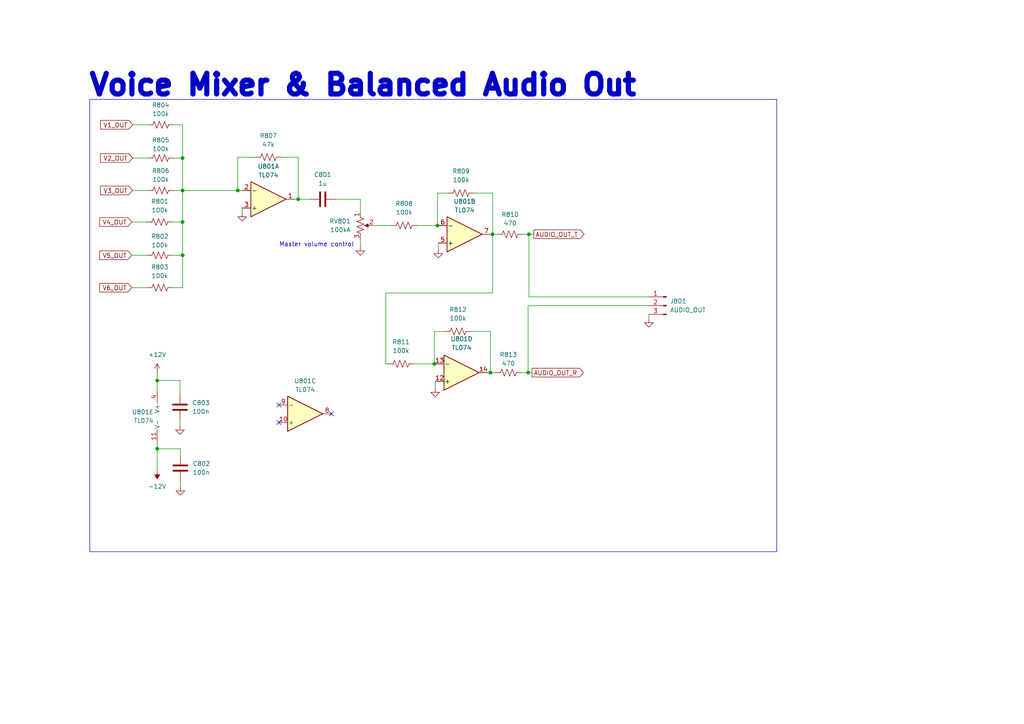
<source format=kicad_sch>
(kicad_sch (version 20231120) (generator "eeschema") (generator_version "8.0")
  (paper "A4")
  (lib_symbols
    (symbol "Amplifier_Operational:TL074" (pin_names (offset 0.127))
      (property "Reference" "U" (at 0 5.08 0))
      (property "Value" "TL074" (at 0 -5.08 0))
      (symbol "TL074_1_1"
        (polyline (pts (xy -5.08 5.08) (xy 5.08 0) (xy -5.08 -5.08) (xy -5.08 5.08)) (stroke (width 0.254)) (fill (type background)))
        (pin output line (at 7.62 0 180) (length 2.54) (name "~") (number "1"))
        (pin input line (at -7.62 -2.54 0) (length 2.54) (name "-") (number "2"))
        (pin input line (at -7.62 2.54 0) (length 2.54) (name "+") (number "3"))
      )
      (symbol "TL074_2_1"
        (polyline (pts (xy -5.08 5.08) (xy 5.08 0) (xy -5.08 -5.08) (xy -5.08 5.08)) (stroke (width 0.254)) (fill (type background)))
        (pin input line (at -7.62 2.54 0) (length 2.54) (name "+") (number "5"))
        (pin input line (at -7.62 -2.54 0) (length 2.54) (name "-") (number "6"))
        (pin output line (at 7.62 0 180) (length 2.54) (name "~") (number "7"))
      )
      (symbol "TL074_3_1"
        (polyline (pts (xy -5.08 5.08) (xy 5.08 0) (xy -5.08 -5.08) (xy -5.08 5.08)) (stroke (width 0.254)) (fill (type background)))
        (pin input line (at -7.62 2.54 0) (length 2.54) (name "+") (number "10"))
        (pin output line (at 7.62 0 180) (length 2.54) (name "~") (number "8"))
        (pin input line (at -7.62 -2.54 0) (length 2.54) (name "-") (number "9"))
      )
      (symbol "TL074_4_1"
        (polyline (pts (xy -5.08 5.08) (xy 5.08 0) (xy -5.08 -5.08) (xy -5.08 5.08)) (stroke (width 0.254)) (fill (type background)))
        (pin input line (at -7.62 2.54 0) (length 2.54) (name "+") (number "12"))
        (pin input line (at -7.62 -2.54 0) (length 2.54) (name "-") (number "13"))
        (pin output line (at 7.62 0 180) (length 2.54) (name "~") (number "14"))
      )
      (symbol "TL074_5_1"
        (pin power_in line (at -2.54 -7.62 90) (length 3.81) (name "V-") (number "11"))
        (pin power_in line (at -2.54 7.62 270) (length 3.81) (name "V+") (number "4"))
      )
    )
    (symbol "Connector:Conn_01x03_Pin" (pin_names (offset 1.016) hide)
      (property "Reference" "J" (at 0 5.08 0))
      (property "Value" "Conn_01x03_Pin" (at 0 -5.08 0))
      (symbol "Conn_01x03_Pin_1_1"
        (polyline (pts (xy 1.27 -2.54) (xy 0.8636 -2.54)) (stroke (width 0.1524)))
        (polyline (pts (xy 1.27 0) (xy 0.8636 0)) (stroke (width 0.1524)))
        (polyline (pts (xy 1.27 2.54) (xy 0.8636 2.54)) (stroke (width 0.1524)))
        (rectangle (start 0.8636 -2.413) (end 0 -2.667) (stroke (width 0.1524)) (fill (type outline)))
        (rectangle (start 0.8636 0.127) (end 0 -0.127) (stroke (width 0.1524)) (fill (type outline)))
        (rectangle (start 0.8636 2.667) (end 0 2.413) (stroke (width 0.1524)) (fill (type outline)))
        (pin passive line (at 5.08 2.54 180) (length 3.81) (name "Pin_1") (number "1"))
        (pin passive line (at 5.08 0 180) (length 3.81) (name "Pin_2") (number "2"))
        (pin passive line (at 5.08 -2.54 180) (length 3.81) (name "Pin_3") (number "3"))
      )
    )
    (symbol "Device:C" (pin_numbers hide) (pin_names (offset 0.254))
      (property "Reference" "C" (at 0.635 2.54 0))
      (property "Value" "C" (at 0.635 -2.54 0))
      (symbol "C_0_1"
        (polyline (pts (xy -2.032 -0.762) (xy 2.032 -0.762)) (stroke (width 0.508)))
        (polyline (pts (xy -2.032 0.762) (xy 2.032 0.762)) (stroke (width 0.508)))
      )
      (symbol "C_1_1"
        (pin passive line (at 0 3.81 270) (length 2.794) (name "~") (number "1"))
        (pin passive line (at 0 -3.81 90) (length 2.794) (name "~") (number "2"))
      )
    )
    (symbol "Device:R_Potentiometer_US" (pin_names (offset 1.016) hide)
      (property "Reference" "RV" (at -4.445 0 90))
      (property "Value" "R_Potentiometer_US" (at -2.54 0 90))
      (symbol "R_Potentiometer_US_0_1"
        (polyline (pts (xy 0 -2.286) (xy 0 -2.54)))
        (polyline (pts (xy 0 2.54) (xy 0 2.286)))
        (polyline (pts (xy 2.54 0) (xy 1.524 0)))
        (polyline (pts (xy 1.143 0) (xy 2.286 0.508) (xy 2.286 -0.508) (xy 1.143 0)) (fill (type outline)))
        (polyline (pts (xy 0 -0.762) (xy 1.016 -1.143) (xy 0 -1.524) (xy -1.016 -1.905) (xy 0 -2.286)))
        (polyline (pts (xy 0 0.762) (xy 1.016 0.381) (xy 0 0) (xy -1.016 -0.381) (xy 0 -0.762)))
        (polyline (pts (xy 0 2.286) (xy 1.016 1.905) (xy 0 1.524) (xy -1.016 1.143) (xy 0 0.762)))
      )
      (symbol "R_Potentiometer_US_1_1"
        (pin passive line (at 0 3.81 270) (length 1.27) (name "1") (number "1"))
        (pin passive line (at 3.81 0 180) (length 1.27) (name "2") (number "2"))
        (pin passive line (at 0 -3.81 90) (length 1.27) (name "3") (number "3"))
      )
    )
    (symbol "Device:R_US" (pin_numbers hide) (pin_names (offset 0))
      (property "Reference" "R" (at 2.54 0 90))
      (property "Value" "R_US" (at -2.54 0 90))
      (symbol "R_US_0_1"
        (polyline (pts (xy 0 -2.286) (xy 0 -2.54)))
        (polyline (pts (xy 0 2.286) (xy 0 2.54)))
        (polyline (pts (xy 0 -0.762) (xy 1.016 -1.143) (xy 0 -1.524) (xy -1.016 -1.905) (xy 0 -2.286)))
        (polyline (pts (xy 0 0.762) (xy 1.016 0.381) (xy 0 0) (xy -1.016 -0.381) (xy 0 -0.762)))
        (polyline (pts (xy 0 2.286) (xy 1.016 1.905) (xy 0 1.524) (xy -1.016 1.143) (xy 0 0.762)))
      )
      (symbol "R_US_1_1"
        (pin passive line (at 0 3.81 270) (length 1.27) (name "~") (number "1"))
        (pin passive line (at 0 -3.81 90) (length 1.27) (name "~") (number "2"))
      )
    )
    (symbol "power:+12V" (power) (pin_names (offset 0))
      (property "Value" "+12V" (at 0 3.556 0))
      (symbol "+12V_0_1"
        (polyline (pts (xy -0.762 1.27) (xy 0 2.54)))
        (polyline (pts (xy 0 0) (xy 0 2.54)))
        (polyline (pts (xy 0 2.54) (xy 0.762 1.27)))
      )
      (symbol "+12V_1_1"
        (pin power_in line (at 0 0 90) (length 0) hide (name "+12V") (number "1"))
      )
    )
    (symbol "power:-12V" (power) (pin_names (offset 0))
      (property "Value" "-12V" (at 0 3.81 0))
      (symbol "-12V_0_0"
        (pin power_in line (at 0 0 90) (length 0) hide (name "-12V") (number "1"))
      )
      (symbol "-12V_0_1"
        (polyline (pts (xy 0 0) (xy 0 1.27) (xy 0.762 1.27) (xy 0 2.54) (xy -0.762 1.27) (xy 0 1.27)) (fill (type outline)))
      )
    )
    (symbol "power:GND" (power) (pin_names (offset 0))
      (symbol "GND_0_1"
        (polyline (pts (xy 0 0) (xy 0 -1.27) (xy 1.27 -1.27) (xy 0 -2.54) (xy -1.27 -1.27) (xy 0 -1.27)))
      )
      (symbol "GND_1_1"
        (pin power_in line (at 0 0 270) (length 0) hide (name "GND") (number "1"))
      )
    )
  )
  (junction (at 153.162 108.077))
  (junction (at 52.959 74.041))
  (junction (at 126.873 65.405))
  (junction (at 52.959 45.847))
  (junction (at 68.961 55.245))
  (junction (at 153.416 67.945))
  (junction (at 125.984 105.537))
  (junction (at 45.593 130.175))
  (junction (at 86.487 57.785))
  (junction (at 45.593 110.363))
  (junction (at 52.959 55.245))
  (junction (at 52.959 64.389))
  (junction (at 142.875 67.945))
  (junction (at 142.24 108.077))
  (no_connect (at 80.899 117.475))
  (no_connect (at 96.139 120.015))
  (no_connect (at 80.899 122.555))
  (wire (pts (xy 38.481 55.245) (xy 42.799 55.245)))
  (wire (pts (xy 126.873 56.007) (xy 126.873 65.405)))
  (wire (pts (xy 188.214 88.646) (xy 153.162 88.646)))
  (wire (pts (xy 52.959 45.847) (xy 52.959 55.245)))
  (wire (pts (xy 153.162 108.077) (xy 154.305 108.077)))
  (wire (pts (xy 137.541 56.007) (xy 142.875 56.007)))
  (wire (pts (xy 50.419 45.847) (xy 52.959 45.847)))
  (wire (pts (xy 153.416 67.945) (xy 153.416 86.106)))
  (wire (pts (xy 111.887 84.963) (xy 142.875 84.963)))
  (wire (pts (xy 52.324 139.573) (xy 52.324 141.097)))
  (wire (pts (xy 104.521 69.215) (xy 104.521 71.501)))
  (wire (pts (xy 97.409 57.785) (xy 104.521 57.785)))
  (wire (pts (xy 86.487 57.785) (xy 89.789 57.785)))
  (wire (pts (xy 50.165 74.041) (xy 52.959 74.041)))
  (wire (pts (xy 45.593 110.363) (xy 45.593 113.157)))
  (wire (pts (xy 86.487 57.785) (xy 85.471 57.785)))
  (wire (pts (xy 129.032 96.139) (xy 125.984 96.139)))
  (wire (pts (xy 70.231 60.325) (xy 70.231 61.595)))
  (wire (pts (xy 38.227 74.041) (xy 42.545 74.041)))
  (wire (pts (xy 142.24 108.077) (xy 141.478 108.077)))
  (wire (pts (xy 52.959 36.195) (xy 52.959 45.847)))
  (wire (pts (xy 38.481 36.195) (xy 42.799 36.195)))
  (wire (pts (xy 142.875 84.963) (xy 142.875 67.945)))
  (wire (pts (xy 52.959 74.041) (xy 52.959 83.439)))
  (wire (pts (xy 68.961 55.245) (xy 70.231 55.245)))
  (wire (pts (xy 142.24 96.139) (xy 142.24 108.077)))
  (wire (pts (xy 121.031 65.405) (xy 126.873 65.405)))
  (wire (pts (xy 52.197 121.92) (xy 52.197 123.444)))
  (wire (pts (xy 126.238 110.617) (xy 126.238 112.522)))
  (wire (pts (xy 111.887 105.537) (xy 111.887 84.963)))
  (wire (pts (xy 127.127 70.485) (xy 127.127 72.263)))
  (wire (pts (xy 151.765 67.945) (xy 153.416 67.945)))
  (wire (pts (xy 45.593 128.397) (xy 45.593 130.175)))
  (wire (pts (xy 50.419 55.245) (xy 52.959 55.245)))
  (wire (pts (xy 52.197 110.363) (xy 52.197 114.3)))
  (wire (pts (xy 136.652 96.139) (xy 142.24 96.139)))
  (wire (pts (xy 142.875 67.945) (xy 144.145 67.945)))
  (wire (pts (xy 125.984 105.537) (xy 126.238 105.537)))
  (wire (pts (xy 113.411 65.405) (xy 108.331 65.405)))
  (wire (pts (xy 52.959 64.389) (xy 52.959 74.041)))
  (wire (pts (xy 45.593 130.175) (xy 45.593 136.398)))
  (wire (pts (xy 52.959 55.245) (xy 68.961 55.245)))
  (wire (pts (xy 38.227 83.439) (xy 42.545 83.439)))
  (wire (pts (xy 142.24 108.077) (xy 143.637 108.077)))
  (wire (pts (xy 74.041 45.593) (xy 68.961 45.593)))
  (wire (pts (xy 52.197 110.363) (xy 45.593 110.363)))
  (wire (pts (xy 38.481 45.847) (xy 42.799 45.847)))
  (wire (pts (xy 188.214 91.186) (xy 188.214 92.329)))
  (wire (pts (xy 120.142 105.537) (xy 125.984 105.537)))
  (wire (pts (xy 52.324 130.175) (xy 45.593 130.175)))
  (wire (pts (xy 125.984 96.139) (xy 125.984 105.537)))
  (wire (pts (xy 68.961 45.593) (xy 68.961 55.245)))
  (wire (pts (xy 129.921 56.007) (xy 126.873 56.007)))
  (wire (pts (xy 50.165 64.389) (xy 52.959 64.389)))
  (wire (pts (xy 45.593 108.077) (xy 45.593 110.363)))
  (wire (pts (xy 153.416 67.945) (xy 154.813 67.945)))
  (wire (pts (xy 52.324 131.953) (xy 52.324 130.175)))
  (wire (pts (xy 86.487 45.593) (xy 86.487 57.785)))
  (wire (pts (xy 104.521 57.785) (xy 104.521 61.595)))
  (wire (pts (xy 142.875 67.945) (xy 142.367 67.945)))
  (wire (pts (xy 142.875 56.007) (xy 142.875 67.945)))
  (wire (pts (xy 38.227 64.389) (xy 42.545 64.389)))
  (wire (pts (xy 52.959 55.245) (xy 52.959 64.389)))
  (wire (pts (xy 153.416 86.106) (xy 188.214 86.106)))
  (wire (pts (xy 151.257 108.077) (xy 153.162 108.077)))
  (wire (pts (xy 50.419 36.195) (xy 52.959 36.195)))
  (wire (pts (xy 153.162 88.646) (xy 153.162 108.077)))
  (wire (pts (xy 111.887 105.537) (xy 112.522 105.537)))
  (wire (pts (xy 52.959 83.439) (xy 50.165 83.439)))
  (wire (pts (xy 126.873 65.405) (xy 127.127 65.405)))
  (wire (pts (xy 81.661 45.593) (xy 86.487 45.593)))
  (rectangle (start 26.035 28.829) (end 225.298 160.02))
  (text "Voice Mixer & Balanced Audio Out" (at 25.273 28.321 0) (effects (font (size 6 6) (thickness 3.6) (bold yes)) (justify left bottom)))
  (text "Master volume control" (at 102.743 71.755 0) (effects (font (size 1.27 1.27)) (justify right bottom)))
  (global_label "V3_OUT" (shape input) (at 38.481 55.245 180) (property "Intersheetrefs" "${INTERSHEET_REFS}" (effects (hide yes))))
  (global_label "V6_OUT" (shape input) (at 38.227 83.439 180) (property "Intersheetrefs" "${INTERSHEET_REFS}" (effects (hide yes))))
  (global_label "AUDIO_OUT_R" (shape output) (at 154.305 108.077 0) (property "Intersheetrefs" "${INTERSHEET_REFS}" (effects (hide yes))))
  (global_label "AUDIO_OUT_T" (shape output) (at 154.813 67.945 0) (property "Intersheetrefs" "${INTERSHEET_REFS}" (effects (hide yes))))
  (global_label "V5_OUT" (shape input) (at 38.227 74.041 180) (property "Intersheetrefs" "${INTERSHEET_REFS}" (effects (hide yes))))
  (global_label "V1_OUT" (shape input) (at 38.481 36.195 180) (property "Intersheetrefs" "${INTERSHEET_REFS}" (effects (hide yes))))
  (global_label "V4_OUT" (shape input) (at 38.227 64.389 180) (property "Intersheetrefs" "${INTERSHEET_REFS}" (effects (hide yes))))
  (global_label "V2_OUT" (shape input) (at 38.481 45.847 180) (property "Intersheetrefs" "${INTERSHEET_REFS}" (effects (hide yes))))
  (symbol (lib_id "Device:R_US") (at 133.731 56.007 90) (unit 1)
    (property "Reference" "R809" (at 133.731 49.657 90))
    (property "Value" "100k" (at 133.731 52.197 90))
    (property "Footprint" "Resistor_SMD:R_0805_2012Metric" (effects (hide yes)))
  )
  (symbol (lib_id "Device:R_Potentiometer_US") (at 104.521 65.405 0) (unit 1)
    (property "Reference" "RV801" (at 101.727 64.135 0) (effects (justify right)))
    (property "Value" "100kA" (at 101.727 66.675 0) (effects (justify right)))
    (property "Footprint" "Potentiometer_THT:Potentiometer_Bourns_PTV09A-1_Single_Vertical" (effects (hide yes)))
  )
  (symbol (lib_id "Device:C") (at 93.599 57.785 90) (unit 1)
    (property "Reference" "C801" (at 93.599 50.673 90))
    (property "Value" "1u" (at 93.599 53.213 90))
    (property "Footprint" "Capacitor_SMD:C_0805_2012Metric" (effects (hide yes)))
  )
  (symbol (lib_id "power:GND") (at 52.324 141.097 0) (unit 1)
    (property "Reference" "#PWR0807" (effects (hide yes)))
    (property "Value" "GND" (effects (hide yes)))
  )
  (symbol (lib_id "Device:R_US") (at 46.355 83.439 90) (unit 1)
    (property "Reference" "R803" (at 46.355 77.47 90))
    (property "Value" "100k" (at 46.355 80.01 90))
    (property "Footprint" "Resistor_SMD:R_0805_2012Metric" (effects (hide yes)))
  )
  (symbol (lib_id "power:GND") (at 127.127 72.263 0) (unit 1)
    (property "Reference" "#PWR0803" (effects (hide yes)))
    (property "Value" "GND" (effects (hide yes)))
  )
  (symbol (lib_id "Device:R_US") (at 46.609 36.195 90) (unit 1)
    (property "Reference" "R804" (at 46.609 30.48 90))
    (property "Value" "100k" (at 46.609 33.02 90))
    (property "Footprint" "Resistor_SMD:R_0805_2012Metric" (effects (hide yes)))
  )
  (symbol (lib_id "Amplifier_Operational:TL074") (at 134.747 67.945 0) (mirror x) (unit 2)
    (property "Reference" "U801" (at 134.747 58.42 0))
    (property "Value" "TL074" (at 134.747 60.96 0))
    (property "Footprint" "Package_SO:SOIC-14_3.9x8.7mm_P1.27mm" (effects (hide yes)))
    (property "Datasheet" "http://www.ti.com/lit/ds/symlink/tl071.pdf" (effects (hide yes)))
  )
  (symbol (lib_id "Device:C") (at 52.197 118.11 0) (unit 1)
    (property "Reference" "C803" (at 55.753 116.84 0) (effects (justify left)))
    (property "Value" "100n" (at 55.753 119.38 0) (effects (justify left)))
    (property "Footprint" "Capacitor_SMD:C_0805_2012Metric" (effects (hide yes)))
  )
  (symbol (lib_id "Device:R_US") (at 46.609 45.847 90) (unit 1)
    (property "Reference" "R805" (at 46.609 40.64 90))
    (property "Value" "100k" (at 46.609 43.18 90))
    (property "Footprint" "Resistor_SMD:R_0805_2012Metric" (effects (hide yes)))
  )
  (symbol (lib_id "Device:R_US") (at 132.842 96.139 90) (unit 1)
    (property "Reference" "R812" (at 132.842 89.789 90))
    (property "Value" "100k" (at 132.842 92.329 90))
    (property "Footprint" "Resistor_SMD:R_0805_2012Metric" (effects (hide yes)))
  )
  (symbol (lib_id "power:-12V") (at 45.593 136.398 180) (unit 1)
    (property "Reference" "#PWR0806" (effects (hide yes)))
    (property "Value" "-12V" (at 45.593 141.097 0))
  )
  (symbol (lib_id "Amplifier_Operational:TL074") (at 133.858 108.077 0) (mirror x) (unit 4)
    (property "Reference" "U801" (at 133.858 98.298 0))
    (property "Value" "TL074" (at 133.858 100.838 0))
    (property "Footprint" "Package_SO:SOIC-14_3.9x8.7mm_P1.27mm" (effects (hide yes)))
    (property "Datasheet" "http://www.ti.com/lit/ds/symlink/tl071.pdf" (effects (hide yes)))
  )
  (symbol (lib_id "Device:R_US") (at 46.355 74.041 90) (unit 1)
    (property "Reference" "R802" (at 46.355 68.58 90))
    (property "Value" "100k" (at 46.355 71.12 90))
    (property "Footprint" "Resistor_SMD:R_0805_2012Metric" (effects (hide yes)))
  )
  (symbol (lib_id "Device:R_US") (at 46.609 55.245 90) (unit 1)
    (property "Reference" "R806" (at 46.609 49.53 90))
    (property "Value" "100k" (at 46.609 52.07 90))
    (property "Footprint" "Resistor_SMD:R_0805_2012Metric" (effects (hide yes)))
  )
  (symbol (lib_id "Device:R_US") (at 117.221 65.405 90) (unit 1)
    (property "Reference" "R808" (at 117.221 59.055 90))
    (property "Value" "100k" (at 117.221 61.595 90))
    (property "Footprint" "Resistor_SMD:R_0805_2012Metric" (effects (hide yes)))
  )
  (symbol (lib_id "Device:R_US") (at 116.332 105.537 90) (unit 1)
    (property "Reference" "R811" (at 116.332 99.187 90))
    (property "Value" "100k" (at 116.332 101.727 90))
    (property "Footprint" "Resistor_SMD:R_0805_2012Metric" (effects (hide yes)))
  )
  (symbol (lib_id "Device:C") (at 52.324 135.763 0) (unit 1)
    (property "Reference" "C802" (at 55.88 134.493 0) (effects (justify left)))
    (property "Value" "100n" (at 55.88 137.033 0) (effects (justify left)))
    (property "Footprint" "Capacitor_SMD:C_0805_2012Metric" (effects (hide yes)))
  )
  (symbol (lib_id "Amplifier_Operational:TL074") (at 48.133 120.777 0) (unit 5)
    (property "Reference" "U801" (at 44.577 119.507 0) (effects (justify right)))
    (property "Value" "TL074" (at 44.577 122.047 0) (effects (justify right)))
    (property "Footprint" "Package_SO:SOIC-14_3.9x8.7mm_P1.27mm" (effects (hide yes)))
    (property "Datasheet" "http://www.ti.com/lit/ds/symlink/tl071.pdf" (effects (hide yes)))
  )
  (symbol (lib_id "power:GND") (at 70.231 61.595 0) (unit 1)
    (property "Reference" "#PWR0801" (effects (hide yes)))
    (property "Value" "GND" (effects (hide yes)))
  )
  (symbol (lib_id "Device:R_US") (at 147.447 108.077 90) (unit 1)
    (property "Reference" "R813" (at 147.447 102.87 90))
    (property "Value" "470" (at 147.447 105.41 90))
    (property "Footprint" "Resistor_SMD:R_0805_2012Metric" (effects (hide yes)))
  )
  (symbol (lib_id "power:GND") (at 104.521 71.501 0) (unit 1)
    (property "Reference" "#PWR0802" (effects (hide yes)))
    (property "Value" "GND" (effects (hide yes)))
  )
  (symbol (lib_id "power:+12V") (at 45.593 108.077 0) (unit 1)
    (property "Reference" "#PWR0805" (effects (hide yes)))
    (property "Value" "+12V" (at 45.593 102.87 0))
  )
  (symbol (lib_id "Device:R_US") (at 147.955 67.945 90) (unit 1)
    (property "Reference" "R810" (at 147.955 62.23 90))
    (property "Value" "470" (at 147.955 64.77 90))
    (property "Footprint" "Resistor_SMD:R_0805_2012Metric" (effects (hide yes)))
  )
  (symbol (lib_id "Amplifier_Operational:TL074") (at 88.519 120.015 0) (mirror x) (unit 3)
    (property "Reference" "U801" (at 88.519 110.49 0))
    (property "Value" "TL074" (at 88.519 113.03 0))
    (property "Footprint" "Package_SO:SOIC-14_3.9x8.7mm_P1.27mm" (effects (hide yes)))
    (property "Datasheet" "http://www.ti.com/lit/ds/symlink/tl071.pdf" (effects (hide yes)))
  )
  (symbol (lib_id "Device:R_US") (at 77.851 45.593 90) (unit 1)
    (property "Reference" "R807" (at 77.851 39.37 90))
    (property "Value" "47k" (at 77.851 41.91 90))
    (property "Footprint" "Resistor_SMD:R_0805_2012Metric" (effects (hide yes)))
  )
  (symbol (lib_id "Amplifier_Operational:TL074") (at 77.851 57.785 0) (mirror x) (unit 1)
    (property "Reference" "U801" (at 77.851 48.26 0))
    (property "Value" "TL074" (at 77.851 50.8 0))
    (property "Footprint" "Package_SO:SOIC-14_3.9x8.7mm_P1.27mm" (effects (hide yes)))
    (property "Datasheet" "http://www.ti.com/lit/ds/symlink/tl071.pdf" (effects (hide yes)))
  )
  (symbol (lib_id "power:GND") (at 52.197 123.444 0) (unit 1)
    (property "Reference" "#PWR0808" (effects (hide yes)))
    (property "Value" "GND" (effects (hide yes)))
  )
  (symbol (lib_id "Connector:Conn_01x03_Pin") (at 193.294 88.646 0) (mirror y) (unit 1)
    (property "Reference" "J801" (at 194.31 87.376 0) (effects (justify right)))
    (property "Value" "AUDIO_OUT" (at 194.31 89.916 0) (effects (justify right)))
    (property "Footprint" "Connector_PinHeader_2.54mm:PinHeader_1x03_P2.54mm_Vertical" (effects (hide yes)))
  )
  (symbol (lib_id "power:GND") (at 188.214 92.329 0) (unit 1)
    (property "Reference" "#PWR0809" (effects (hide yes)))
    (property "Value" "GND" (effects (hide yes)))
  )
  (symbol (lib_id "Device:R_US") (at 46.355 64.389 90) (unit 1)
    (property "Reference" "R801" (at 46.355 58.42 90))
    (property "Value" "100k" (at 46.355 60.96 90))
    (property "Footprint" "Resistor_SMD:R_0805_2012Metric" (effects (hide yes)))
  )
  (symbol (lib_id "power:GND") (at 126.238 112.522 0) (unit 1)
    (property "Reference" "#PWR0804" (effects (hide yes)))
    (property "Value" "GND" (effects (hide yes)))
  )
)
</source>
